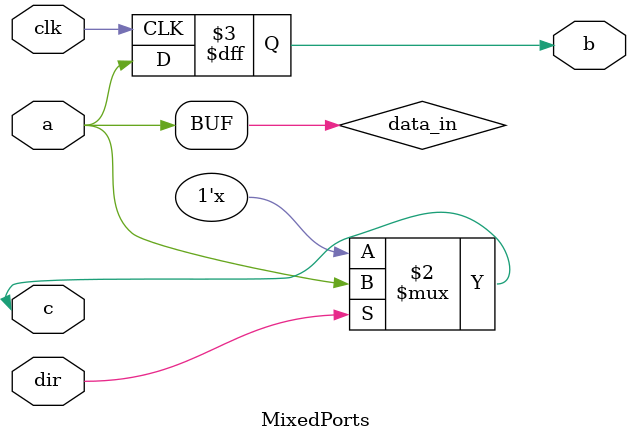
<source format=sv>
module MixedPorts(
  input logic clk,
  input logic a,
  input logic dir,
  output logic b,
  inout wire c
);

  logic data_in;
  
  // Data input assignment
  assign data_in = a;
  
  // Registered output with clocked always block
  always_ff @(posedge clk) begin
    b <= data_in;
  end
  
  // Tri-state driver for inout port
  assign c = (dir) ? data_in : 1'bz;

endmodule
</source>
